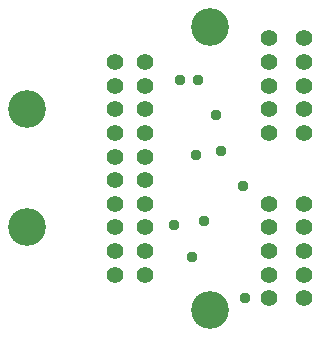
<source format=gts>
G75*
G70*
%OFA0B0*%
%FSLAX24Y24*%
%IPPOS*%
%LPD*%
%AMOC8*
5,1,8,0,0,1.08239X$1,22.5*
%
%ADD10C,0.1261*%
%ADD11C,0.0552*%
%ADD12C,0.0370*%
D10*
X008987Y003725D03*
X008987Y007662D03*
X015089Y010418D03*
X015089Y000969D03*
D11*
X017058Y001363D03*
X017058Y002150D03*
X017058Y002937D03*
X017058Y003725D03*
X017058Y004512D03*
X018239Y004512D03*
X018239Y003725D03*
X018239Y002937D03*
X018239Y002150D03*
X018239Y001363D03*
X012924Y002150D03*
X011940Y002150D03*
X011940Y002937D03*
X012924Y002937D03*
X012924Y003725D03*
X012924Y004512D03*
X011940Y004512D03*
X011940Y003725D03*
X011940Y005300D03*
X012924Y005300D03*
X012924Y006087D03*
X011940Y006087D03*
X011940Y006874D03*
X012924Y006874D03*
X012924Y007662D03*
X011940Y007662D03*
X011940Y008449D03*
X012924Y008449D03*
X012924Y009237D03*
X011940Y009237D03*
X017058Y009237D03*
X017058Y010024D03*
X018239Y010024D03*
X018239Y009237D03*
X018239Y008449D03*
X018239Y007662D03*
X018239Y006874D03*
X017058Y006874D03*
X017058Y007662D03*
X017058Y008449D03*
D12*
X015286Y007465D03*
X014695Y008646D03*
X014105Y008646D03*
X015483Y006284D03*
X014636Y006146D03*
X016211Y005103D03*
X014892Y003922D03*
X013908Y003803D03*
X014499Y002740D03*
X016270Y001363D03*
M02*

</source>
